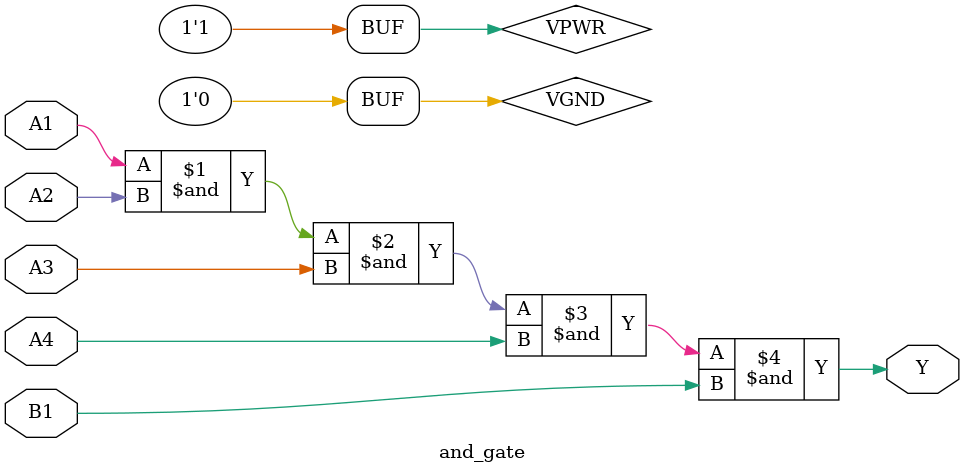
<source format=v>
module and_gate (
    output Y ,
    input  A1,
    input  A2,
    input  A3,
    input  A4,
    input  B1
);

    // Voltage supply signals
    supply1 VPWR;
    supply0 VGND;

    // Implementing the 4-input AND gate with an additional input signal B1
    assign Y = (A1 & A2 & A3 & A4 & B1);

endmodule
</source>
